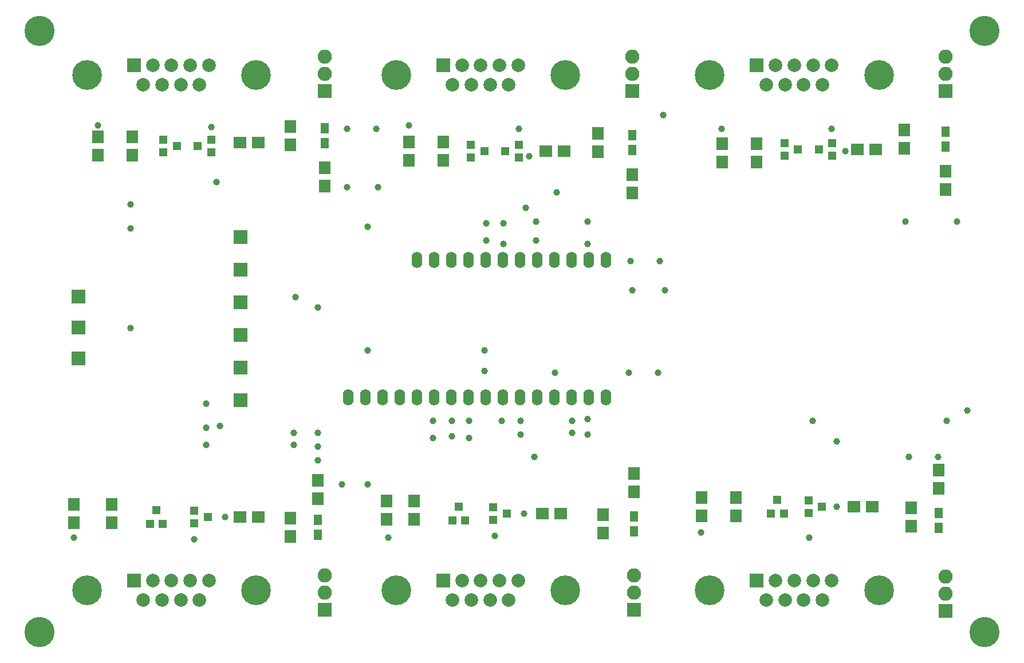
<source format=gts>
G04 #@! TF.FileFunction,Soldermask,Top*
%FSLAX46Y46*%
G04 Gerber Fmt 4.6, Leading zero omitted, Abs format (unit mm)*
G04 Created by KiCad (PCBNEW 4.0.7-e2-6376~60~ubuntu17.10.1) date Mon Feb  5 04:30:27 2018*
%MOMM*%
%LPD*%
G01*
G04 APERTURE LIST*
%ADD10C,0.100000*%
%ADD11C,4.464000*%
%ADD12R,1.300000X1.200000*%
%ADD13R,1.700000X1.900000*%
%ADD14R,1.300000X1.600000*%
%ADD15R,1.200000X1.300000*%
%ADD16R,2.000000X2.000000*%
%ADD17C,2.000000*%
%ADD18C,4.400000*%
%ADD19R,1.900000X1.700000*%
%ADD20O,1.600000X2.400000*%
%ADD21R,2.100000X2.100000*%
%ADD22O,2.100000X2.100000*%
%ADD23C,1.000000*%
G04 APERTURE END LIST*
D10*
D11*
X245110000Y-151130000D03*
X105410000Y-151130000D03*
X105410000Y-62230000D03*
D12*
X123714000Y-78298000D03*
X123714000Y-80198000D03*
X125714000Y-79248000D03*
D13*
X142494000Y-79074000D03*
X142494000Y-76374000D03*
D14*
X147574000Y-78824000D03*
X147574000Y-76624000D03*
D12*
X169180000Y-79060000D03*
X169180000Y-80960000D03*
X171180000Y-80010000D03*
D13*
X187960000Y-80090000D03*
X187960000Y-77390000D03*
D14*
X193040000Y-79840000D03*
X193040000Y-77640000D03*
D12*
X215535000Y-78806000D03*
X215535000Y-80706000D03*
X217535000Y-79756000D03*
D13*
X233299000Y-79582000D03*
X233299000Y-76882000D03*
D14*
X239395000Y-79332000D03*
X239395000Y-77132000D03*
D15*
X121732000Y-135112000D03*
X123632000Y-135112000D03*
X122682000Y-133112000D03*
D13*
X142494000Y-134286000D03*
X142494000Y-136986000D03*
D14*
X146558000Y-134536000D03*
X146558000Y-136736000D03*
D15*
X166436000Y-134604000D03*
X168336000Y-134604000D03*
X167386000Y-132604000D03*
D13*
X188722000Y-133778000D03*
X188722000Y-136478000D03*
D14*
X193294000Y-134028000D03*
X193294000Y-136228000D03*
D15*
X213553000Y-133588000D03*
X215453000Y-133588000D03*
X214503000Y-131588000D03*
D13*
X234315000Y-132762000D03*
X234315000Y-135462000D03*
D14*
X238379000Y-133520000D03*
X238379000Y-135720000D03*
D16*
X119380000Y-67310000D03*
D17*
X122150000Y-67310000D03*
X124920000Y-67310000D03*
X127690000Y-67310000D03*
X130460000Y-67310000D03*
X120765000Y-70150000D03*
X123535000Y-70150000D03*
X126305000Y-70150000D03*
X129075000Y-70150000D03*
D18*
X112420000Y-68730000D03*
X137420000Y-68730000D03*
D16*
X165100000Y-67310000D03*
D17*
X167870000Y-67310000D03*
X170640000Y-67310000D03*
X173410000Y-67310000D03*
X176180000Y-67310000D03*
X166485000Y-70150000D03*
X169255000Y-70150000D03*
X172025000Y-70150000D03*
X174795000Y-70150000D03*
D18*
X158140000Y-68730000D03*
X183140000Y-68730000D03*
D16*
X211455000Y-67310000D03*
D17*
X214225000Y-67310000D03*
X216995000Y-67310000D03*
X219765000Y-67310000D03*
X222535000Y-67310000D03*
X212840000Y-70150000D03*
X215610000Y-70150000D03*
X218380000Y-70150000D03*
X221150000Y-70150000D03*
D18*
X204495000Y-68730000D03*
X229495000Y-68730000D03*
D16*
X119380000Y-143510000D03*
D17*
X122150000Y-143510000D03*
X124920000Y-143510000D03*
X127690000Y-143510000D03*
X130460000Y-143510000D03*
X120765000Y-146350000D03*
X123535000Y-146350000D03*
X126305000Y-146350000D03*
X129075000Y-146350000D03*
D18*
X112420000Y-144930000D03*
X137420000Y-144930000D03*
D16*
X165100000Y-143510000D03*
D17*
X167870000Y-143510000D03*
X170640000Y-143510000D03*
X173410000Y-143510000D03*
X176180000Y-143510000D03*
X166485000Y-146350000D03*
X169255000Y-146350000D03*
X172025000Y-146350000D03*
X174795000Y-146350000D03*
D18*
X158140000Y-144930000D03*
X183140000Y-144930000D03*
D16*
X211455000Y-143510000D03*
D17*
X214225000Y-143510000D03*
X216995000Y-143510000D03*
X219765000Y-143510000D03*
X222535000Y-143510000D03*
X212840000Y-146350000D03*
X215610000Y-146350000D03*
X218380000Y-146350000D03*
X221150000Y-146350000D03*
D18*
X204495000Y-144930000D03*
X229495000Y-144930000D03*
D12*
X130794000Y-80198000D03*
X130794000Y-78298000D03*
X128794000Y-79248000D03*
X176260000Y-80960000D03*
X176260000Y-79060000D03*
X174260000Y-80010000D03*
X222615000Y-80706000D03*
X222615000Y-78806000D03*
X220615000Y-79756000D03*
X128286000Y-133162000D03*
X128286000Y-135062000D03*
X130286000Y-134112000D03*
X172482000Y-132654000D03*
X172482000Y-134554000D03*
X174482000Y-133604000D03*
X219091000Y-131638000D03*
X219091000Y-133538000D03*
X221091000Y-132588000D03*
D13*
X114046000Y-77898000D03*
X114046000Y-80598000D03*
X119126000Y-77898000D03*
X119126000Y-80598000D03*
D19*
X135048000Y-78740000D03*
X137748000Y-78740000D03*
D13*
X147574000Y-85170000D03*
X147574000Y-82470000D03*
X160020000Y-78660000D03*
X160020000Y-81360000D03*
X165100000Y-78660000D03*
X165100000Y-81360000D03*
D19*
X180260000Y-80010000D03*
X182960000Y-80010000D03*
D13*
X193040000Y-86186000D03*
X193040000Y-83486000D03*
X206375000Y-78914000D03*
X206375000Y-81614000D03*
X211455000Y-78914000D03*
X211455000Y-81614000D03*
D19*
X226361000Y-79756000D03*
X229061000Y-79756000D03*
D13*
X239395000Y-85678000D03*
X239395000Y-82978000D03*
X110490000Y-134954000D03*
X110490000Y-132254000D03*
X116078000Y-134954000D03*
X116078000Y-132254000D03*
D19*
X135048000Y-134112000D03*
X137748000Y-134112000D03*
D13*
X146558000Y-128698000D03*
X146558000Y-131398000D03*
X156718000Y-134446000D03*
X156718000Y-131746000D03*
X160782000Y-134446000D03*
X160782000Y-131746000D03*
D19*
X179752000Y-133604000D03*
X182452000Y-133604000D03*
D13*
X193294000Y-127682000D03*
X193294000Y-130382000D03*
X203327000Y-133938000D03*
X203327000Y-131238000D03*
X208407000Y-133938000D03*
X208407000Y-131238000D03*
D19*
X225853000Y-132588000D03*
X228553000Y-132588000D03*
D13*
X238379000Y-127174000D03*
X238379000Y-129874000D03*
D20*
X151041100Y-116433600D03*
X153581100Y-116433600D03*
X156121100Y-116433600D03*
X158661100Y-116433600D03*
X161201100Y-96113600D03*
X161201100Y-116433600D03*
X163741100Y-96113600D03*
X163741100Y-116433600D03*
X166281100Y-96113600D03*
X166281100Y-116433600D03*
X168821100Y-96113600D03*
X168821100Y-116433600D03*
X171361100Y-96113600D03*
X171361100Y-116433600D03*
X173901100Y-96113600D03*
X173901100Y-116433600D03*
X176441100Y-96113600D03*
X176441100Y-116433600D03*
X178981100Y-96113600D03*
X178981100Y-116433600D03*
X181521100Y-96113600D03*
X181521100Y-116433600D03*
X184061100Y-96113600D03*
X184061100Y-116433600D03*
X186601100Y-96113600D03*
X186601100Y-116433600D03*
X189141100Y-96113600D03*
X189141100Y-116433600D03*
D21*
X147574000Y-71120000D03*
D22*
X147574000Y-68580000D03*
X147574000Y-66040000D03*
D21*
X193040000Y-71120000D03*
D22*
X193040000Y-68580000D03*
X193040000Y-66040000D03*
D21*
X239395000Y-71120000D03*
D22*
X239395000Y-68580000D03*
X239395000Y-66040000D03*
D21*
X147574000Y-147828000D03*
D22*
X147574000Y-145288000D03*
X147574000Y-142748000D03*
D21*
X193294000Y-147828000D03*
D22*
X193294000Y-145288000D03*
X193294000Y-142748000D03*
D21*
X239395000Y-147955000D03*
D22*
X239395000Y-145415000D03*
X239395000Y-142875000D03*
D21*
X135128000Y-116840000D03*
X135128000Y-112014000D03*
X135128000Y-107188000D03*
X135128000Y-102362000D03*
X135128000Y-97536000D03*
X135128000Y-92710000D03*
X111188500Y-106108500D03*
X111188500Y-110680500D03*
X111188500Y-101536500D03*
D11*
X245110000Y-62230000D03*
D23*
X153924000Y-129286000D03*
X150114000Y-129286000D03*
X118872000Y-87884000D03*
X118872000Y-91440000D03*
X118872000Y-106172000D03*
X150876000Y-76708000D03*
X155194000Y-76708000D03*
X219202000Y-137160000D03*
X172720000Y-136906000D03*
X128270000Y-137414000D03*
X222504000Y-76708000D03*
X176276000Y-76708000D03*
X130810000Y-76454000D03*
X114046000Y-76200000D03*
X160020000Y-76200000D03*
X206248000Y-76708000D03*
X110490000Y-137160000D03*
X156972000Y-137160000D03*
X203200000Y-136398000D03*
X153924000Y-91186000D03*
X171196000Y-112522000D03*
X171196000Y-109474000D03*
X153924000Y-109474000D03*
X193040000Y-100584000D03*
X197866000Y-100584000D03*
X197612000Y-74676000D03*
X242570000Y-118364000D03*
X186436000Y-119634000D03*
X186436000Y-121920000D03*
X143002000Y-123444000D03*
X143002000Y-121666000D03*
X143256000Y-101600000D03*
X166370000Y-119888000D03*
X166370000Y-122174000D03*
X233426000Y-90424000D03*
X241046000Y-90424000D03*
X186436000Y-90424000D03*
X186436000Y-93726000D03*
X168910000Y-122428000D03*
X168910000Y-119888000D03*
X131572000Y-84582000D03*
X132080000Y-120650000D03*
X177800000Y-80772000D03*
X173990000Y-90678000D03*
X173990000Y-93726000D03*
X181610000Y-112776000D03*
X192532000Y-112776000D03*
X196850000Y-112776000D03*
X224536000Y-80010000D03*
X132842000Y-134112000D03*
X130048000Y-123444000D03*
X130048000Y-120904000D03*
X130048000Y-117348000D03*
X177038000Y-133604000D03*
X163576000Y-119888000D03*
X163576000Y-122428000D03*
X192786000Y-96266000D03*
X197104000Y-96266000D03*
X223266000Y-132588000D03*
X223266000Y-122936000D03*
X178816000Y-93218000D03*
X178816000Y-90424000D03*
X155448000Y-85344000D03*
X150876000Y-85344000D03*
X171450000Y-93218000D03*
X171450000Y-90678000D03*
X177292000Y-88392000D03*
X181864000Y-86106000D03*
X184150000Y-119888000D03*
X184150000Y-121666000D03*
X219710000Y-119888000D03*
X239522000Y-119888000D03*
X146558000Y-103124000D03*
X146558000Y-121666000D03*
X146558000Y-123698000D03*
X146558000Y-125730000D03*
X176530000Y-119888000D03*
X176530000Y-121920000D03*
X173736000Y-119888000D03*
X238252000Y-125222000D03*
X233934000Y-125222000D03*
X178562000Y-125222000D03*
M02*

</source>
